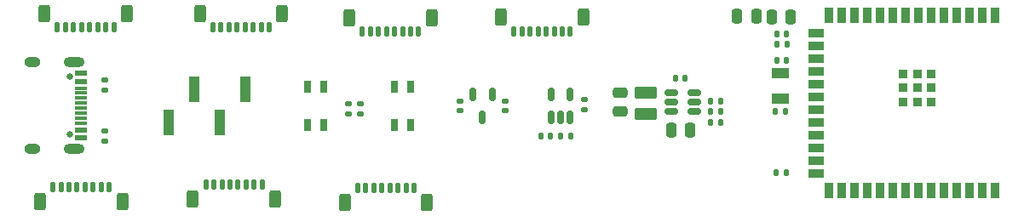
<source format=gbr>
%TF.GenerationSoftware,KiCad,Pcbnew,7.0.8+1*%
%TF.CreationDate,2023-12-11T13:56:50+01:00*%
%TF.ProjectId,Receiver,52656365-6976-4657-922e-6b696361645f,rev?*%
%TF.SameCoordinates,Original*%
%TF.FileFunction,Soldermask,Top*%
%TF.FilePolarity,Negative*%
%FSLAX46Y46*%
G04 Gerber Fmt 4.6, Leading zero omitted, Abs format (unit mm)*
G04 Created by KiCad (PCBNEW 7.0.8+1) date 2023-12-11 13:56:50*
%MOMM*%
%LPD*%
G01*
G04 APERTURE LIST*
G04 Aperture macros list*
%AMRoundRect*
0 Rectangle with rounded corners*
0 $1 Rounding radius*
0 $2 $3 $4 $5 $6 $7 $8 $9 X,Y pos of 4 corners*
0 Add a 4 corners polygon primitive as box body*
4,1,4,$2,$3,$4,$5,$6,$7,$8,$9,$2,$3,0*
0 Add four circle primitives for the rounded corners*
1,1,$1+$1,$2,$3*
1,1,$1+$1,$4,$5*
1,1,$1+$1,$6,$7*
1,1,$1+$1,$8,$9*
0 Add four rect primitives between the rounded corners*
20,1,$1+$1,$2,$3,$4,$5,0*
20,1,$1+$1,$4,$5,$6,$7,0*
20,1,$1+$1,$6,$7,$8,$9,0*
20,1,$1+$1,$8,$9,$2,$3,0*%
G04 Aperture macros list end*
%ADD10RoundRect,0.150000X0.150000X-0.512500X0.150000X0.512500X-0.150000X0.512500X-0.150000X-0.512500X0*%
%ADD11RoundRect,0.250000X-0.250000X-0.475000X0.250000X-0.475000X0.250000X0.475000X-0.250000X0.475000X0*%
%ADD12RoundRect,0.140000X-0.170000X0.140000X-0.170000X-0.140000X0.170000X-0.140000X0.170000X0.140000X0*%
%ADD13RoundRect,0.125000X0.125000X0.425000X-0.125000X0.425000X-0.125000X-0.425000X0.125000X-0.425000X0*%
%ADD14RoundRect,0.250000X0.350000X0.600000X-0.350000X0.600000X-0.350000X-0.600000X0.350000X-0.600000X0*%
%ADD15RoundRect,0.250000X0.475000X-0.250000X0.475000X0.250000X-0.475000X0.250000X-0.475000X-0.250000X0*%
%ADD16RoundRect,0.125000X-0.125000X-0.425000X0.125000X-0.425000X0.125000X0.425000X-0.125000X0.425000X0*%
%ADD17RoundRect,0.250000X-0.350000X-0.600000X0.350000X-0.600000X0.350000X0.600000X-0.350000X0.600000X0*%
%ADD18RoundRect,0.140000X0.170000X-0.140000X0.170000X0.140000X-0.170000X0.140000X-0.170000X-0.140000X0*%
%ADD19RoundRect,0.140000X-0.140000X-0.170000X0.140000X-0.170000X0.140000X0.170000X-0.140000X0.170000X0*%
%ADD20RoundRect,0.250000X0.250000X0.475000X-0.250000X0.475000X-0.250000X-0.475000X0.250000X-0.475000X0*%
%ADD21RoundRect,0.250000X0.850000X-0.375000X0.850000X0.375000X-0.850000X0.375000X-0.850000X-0.375000X0*%
%ADD22RoundRect,0.135000X0.135000X0.185000X-0.135000X0.185000X-0.135000X-0.185000X0.135000X-0.185000X0*%
%ADD23RoundRect,0.135000X-0.185000X0.135000X-0.185000X-0.135000X0.185000X-0.135000X0.185000X0.135000X0*%
%ADD24RoundRect,0.150000X-0.512500X-0.150000X0.512500X-0.150000X0.512500X0.150000X-0.512500X0.150000X0*%
%ADD25C,0.650000*%
%ADD26R,1.150000X0.600000*%
%ADD27R,1.150000X0.300000*%
%ADD28O,2.100000X1.000000*%
%ADD29O,1.600000X1.000000*%
%ADD30RoundRect,0.140000X0.140000X0.170000X-0.140000X0.170000X-0.140000X-0.170000X0.140000X-0.170000X0*%
%ADD31R,0.800000X1.225000*%
%ADD32RoundRect,0.135000X-0.135000X-0.185000X0.135000X-0.185000X0.135000X0.185000X-0.135000X0.185000X0*%
%ADD33R,1.800000X1.000000*%
%ADD34R,1.000000X2.510000*%
%ADD35R,0.900000X1.500000*%
%ADD36R,1.500000X0.900000*%
%ADD37R,0.900000X0.900000*%
%ADD38RoundRect,0.150000X-0.150000X0.512500X-0.150000X-0.512500X0.150000X-0.512500X0.150000X0.512500X0*%
%ADD39RoundRect,0.135000X0.185000X-0.135000X0.185000X0.135000X-0.185000X0.135000X-0.185000X-0.135000X0*%
G04 APERTURE END LIST*
D10*
%TO.C,U3*%
X104195000Y-62137500D03*
X105145000Y-62137500D03*
X106095000Y-62137500D03*
X106095000Y-59862500D03*
X104195000Y-59862500D03*
%TD*%
D11*
%TO.C,C14*%
X122675000Y-52105000D03*
X124575000Y-52105000D03*
%TD*%
D12*
%TO.C,C12*%
X99585000Y-60520000D03*
X99585000Y-61480000D03*
%TD*%
D13*
%TO.C,J1*%
X90575000Y-69225000D03*
X89775000Y-69225000D03*
X88975000Y-69225000D03*
X88175000Y-69225000D03*
X87375000Y-69225000D03*
X86575000Y-69225000D03*
X85775000Y-69225000D03*
X84975000Y-69225000D03*
D14*
X91875000Y-70625000D03*
X83675000Y-70625000D03*
%TD*%
D12*
%TO.C,C3*%
X84005000Y-60835000D03*
X84005000Y-61795000D03*
%TD*%
D15*
%TO.C,C7*%
X111085000Y-61595000D03*
X111085000Y-59695000D03*
%TD*%
D16*
%TO.C,J2*%
X85425000Y-53625000D03*
X86225000Y-53625000D03*
X87025000Y-53625000D03*
X87825000Y-53625000D03*
X88625000Y-53625000D03*
X89425000Y-53625000D03*
X90225000Y-53625000D03*
X91025000Y-53625000D03*
D17*
X84125000Y-52225000D03*
X92325000Y-52225000D03*
%TD*%
D18*
%TO.C,C13*%
X95135000Y-61480000D03*
X95135000Y-60520000D03*
%TD*%
D19*
%TO.C,C10*%
X103185000Y-64005000D03*
X104145000Y-64005000D03*
%TD*%
%TO.C,C5*%
X126635000Y-53875000D03*
X127595000Y-53875000D03*
%TD*%
D20*
%TO.C,C6*%
X118025000Y-63415000D03*
X116125000Y-63415000D03*
%TD*%
D21*
%TO.C,L1*%
X113565000Y-61830000D03*
X113565000Y-59680000D03*
%TD*%
D22*
%TO.C,R5*%
X127585000Y-67695000D03*
X126565000Y-67695000D03*
%TD*%
D23*
%TO.C,R1*%
X85215000Y-60785000D03*
X85215000Y-61805000D03*
%TD*%
D24*
%TO.C,U1*%
X116147500Y-59685000D03*
X116147500Y-60635000D03*
X116147500Y-61585000D03*
X118422500Y-61585000D03*
X118422500Y-60635000D03*
X118422500Y-59685000D03*
%TD*%
D22*
%TO.C,R4*%
X127655000Y-54925000D03*
X126635000Y-54925000D03*
%TD*%
D25*
%TO.C,J6*%
X56320000Y-58110000D03*
X56320000Y-63890000D03*
D26*
X57445000Y-57800000D03*
X57445000Y-58600000D03*
D27*
X57440000Y-59750000D03*
X57440000Y-60750000D03*
X57440000Y-61250000D03*
X57440000Y-59250000D03*
D26*
X57445000Y-63400000D03*
X57445000Y-64200000D03*
D27*
X57440000Y-62750000D03*
X57440000Y-61750000D03*
X57440000Y-60250000D03*
X57440000Y-62250000D03*
D28*
X56820000Y-56680000D03*
D29*
X52640000Y-56680000D03*
D28*
X56820000Y-65320000D03*
D29*
X52640000Y-65320000D03*
%TD*%
D30*
%TO.C,C1*%
X127565000Y-56515000D03*
X126605000Y-56515000D03*
%TD*%
D31*
%TO.C,SW1*%
X79965000Y-62912500D03*
X79965000Y-59087500D03*
X81565000Y-62912500D03*
X81565000Y-59087500D03*
%TD*%
D11*
%TO.C,C4*%
X126115000Y-52145000D03*
X128015000Y-52145000D03*
%TD*%
D32*
%TO.C,R7*%
X120050000Y-62640000D03*
X121070000Y-62640000D03*
%TD*%
D23*
%TO.C,R3*%
X59805000Y-58455000D03*
X59805000Y-59475000D03*
%TD*%
D13*
%TO.C,J3*%
X60275000Y-69125000D03*
X59475000Y-69125000D03*
X58675000Y-69125000D03*
X57875000Y-69125000D03*
X57075000Y-69125000D03*
X56275000Y-69125000D03*
X55475000Y-69125000D03*
X54675000Y-69125000D03*
D14*
X61575000Y-70525000D03*
X53375000Y-70525000D03*
%TD*%
D16*
%TO.C,J7*%
X55125000Y-53225000D03*
X55925000Y-53225000D03*
X56725000Y-53225000D03*
X57525000Y-53225000D03*
X58325000Y-53225000D03*
X59125000Y-53225000D03*
X59925000Y-53225000D03*
X60725000Y-53225000D03*
D17*
X53825000Y-51825000D03*
X62025000Y-51825000D03*
%TD*%
D31*
%TO.C,SW2*%
X88655000Y-62912500D03*
X88655000Y-59087500D03*
X90255000Y-62912500D03*
X90255000Y-59087500D03*
%TD*%
D33*
%TO.C,Y1*%
X126985000Y-60275000D03*
X126985000Y-57775000D03*
%TD*%
D34*
%TO.C,J8*%
X66190000Y-62655000D03*
X68730000Y-59345000D03*
X71270000Y-62655000D03*
X73810000Y-59345000D03*
%TD*%
D19*
%TO.C,C8*%
X116565000Y-58265000D03*
X117525000Y-58265000D03*
%TD*%
D22*
%TO.C,R6*%
X121075000Y-60595000D03*
X120055000Y-60595000D03*
%TD*%
D35*
%TO.C,U2*%
X148310000Y-51990000D03*
X147040000Y-51990000D03*
X145770000Y-51990000D03*
X144500000Y-51990000D03*
X143230000Y-51990000D03*
X141960000Y-51990000D03*
X140690000Y-51990000D03*
X139420000Y-51990000D03*
X138150000Y-51990000D03*
X136880000Y-51990000D03*
X135610000Y-51990000D03*
X134340000Y-51990000D03*
X133070000Y-51990000D03*
X131800000Y-51990000D03*
D36*
X130550000Y-53755000D03*
X130550000Y-55025000D03*
X130550000Y-56295000D03*
X130550000Y-57565000D03*
X130550000Y-58835000D03*
X130550000Y-60105000D03*
X130550000Y-61375000D03*
X130550000Y-62645000D03*
X130550000Y-63915000D03*
X130550000Y-65185000D03*
X130550000Y-66455000D03*
X130550000Y-67725000D03*
D35*
X131800000Y-69490000D03*
X133070000Y-69490000D03*
X134340000Y-69490000D03*
X135610000Y-69490000D03*
X136880000Y-69490000D03*
X138150000Y-69490000D03*
X139420000Y-69490000D03*
X140690000Y-69490000D03*
X141960000Y-69490000D03*
X143230000Y-69490000D03*
X144500000Y-69490000D03*
X145770000Y-69490000D03*
X147040000Y-69490000D03*
X148310000Y-69490000D03*
D37*
X141990000Y-57840000D03*
X140590000Y-57840000D03*
X139190000Y-57840000D03*
X139190000Y-57840000D03*
X141990000Y-59240000D03*
X141990000Y-59240000D03*
X140590000Y-59240000D03*
X139190000Y-59240000D03*
X141990000Y-60640000D03*
X140590000Y-60640000D03*
X139190000Y-60640000D03*
%TD*%
D13*
%TO.C,J4*%
X75475000Y-68875000D03*
X74675000Y-68875000D03*
X73875000Y-68875000D03*
X73075000Y-68875000D03*
X72275000Y-68875000D03*
X71475000Y-68875000D03*
X70675000Y-68875000D03*
X69875000Y-68875000D03*
D14*
X76775000Y-70275000D03*
X68575000Y-70275000D03*
%TD*%
D38*
%TO.C,U5*%
X98325000Y-59862500D03*
X96425000Y-59862500D03*
X97375000Y-62137500D03*
%TD*%
D19*
%TO.C,C2*%
X126505000Y-61545000D03*
X127465000Y-61545000D03*
%TD*%
D16*
%TO.C,J9*%
X100495000Y-53605000D03*
X101295000Y-53605000D03*
X102095000Y-53605000D03*
X102895000Y-53605000D03*
X103695000Y-53605000D03*
X104495000Y-53605000D03*
X105295000Y-53605000D03*
X106095000Y-53605000D03*
D17*
X99195000Y-52205000D03*
X107395000Y-52205000D03*
%TD*%
D32*
%TO.C,R8*%
X120055000Y-61615000D03*
X121075000Y-61615000D03*
%TD*%
D18*
%TO.C,C11*%
X107470000Y-61385000D03*
X107470000Y-60425000D03*
%TD*%
D39*
%TO.C,R2*%
X59815000Y-64525000D03*
X59815000Y-63505000D03*
%TD*%
D16*
%TO.C,J5*%
X70575000Y-53225000D03*
X71375000Y-53225000D03*
X72175000Y-53225000D03*
X72975000Y-53225000D03*
X73775000Y-53225000D03*
X74575000Y-53225000D03*
X75375000Y-53225000D03*
X76175000Y-53225000D03*
D17*
X69275000Y-51825000D03*
X77475000Y-51825000D03*
%TD*%
D30*
%TO.C,C9*%
X106105000Y-64005000D03*
X105145000Y-64005000D03*
%TD*%
M02*

</source>
